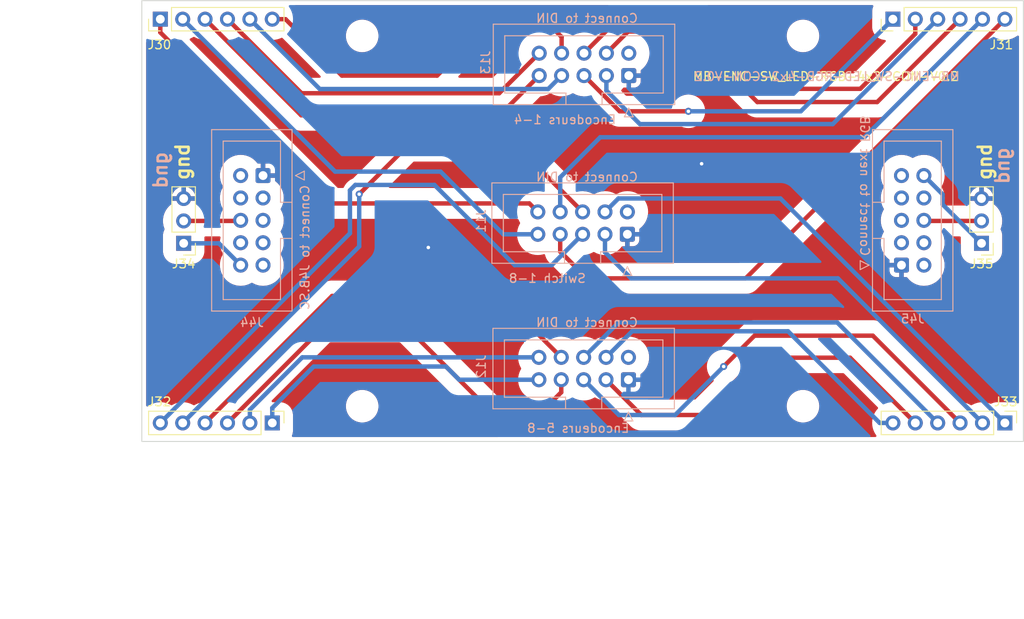
<source format=kicad_pcb>
(kicad_pcb (version 20221018) (generator pcbnew)
  (layers (0 "F.Cu" signal) (31 "B.Cu" signal) (34 "B.Paste" user) (35 "F.Paste" user) (36 "B.SilkS" user "B.Silkscreen") (37 "F.SilkS" user "F.Silkscreen") (38 "B.Mask" user) (39 "F.Mask" user) (44 "Edge.Cuts" user))
  (net 0 "")
  (net 1 "C_SW7")
  (net 2 "C_SW8")
  (net 3 "C_ENC3B")
  (net 4 "C_ENC3A")
  (net 5 "C_ENC4B")
  (net 6 "C_ENC4A")
  (net 7 "C_ENC1B")
  (net 8 "C_ENC1A")
  (net 9 "C_ENC2B")
  (net 10 "C_ENC2A")
  (net 11 "C_ENC7B")
  (net 12 "C_ENC7A")
  (net 13 "C_ENC8B")
  (net 14 "C_ENC8A")
  (net 15 "C_ENC5B")
  (net 16 "C_ENC5A")
  (net 17 "C_ENC6B")
  (net 18 "C_ENC6A")
  (net 19 "C_SW5")
  (net 20 "C_SW6")
  (net 21 "C_SW1")
  (net 22 "C_SW2")
  (net 23 "C_SW3")
  (net 24 "C_SW4")
  (net 25 "Net-(J34-Pin_2)")
  (net 26 "Net-(J35-Pin_2)")
  (net 27 "+5VA")
  (net 35 "GNDA")
  (net 36 "+5VD")
  (footprint "Connector_PinHeader_2.54mm:PinHeader_1x06_P2.54mm_Vertical" (layer "F.Cu") (at 185.2 262.1 90)
    (fp_text reference "J31" (at -2.9 12.3 180) (layer "F.SilkS"))
    (fp_text value "Conn_01x06_Pin" hide)
    (fp_line (start -1.33 -1.33) (end 0 -1.33) (stroke (width 0.12)) (layer "F.SilkS"))
    (fp_line (start -1.33 0) (end -1.33 -1.33) (stroke (width 0.12)) (layer "F.SilkS"))
    (fp_line (start -1.33 1.27) (end -1.33 14.03) (stroke (width 0.12)) (layer "F.SilkS"))
    (fp_line (start -1.33 1.27) (end 1.33 1.27) (stroke (width 0.12)) (layer "F.SilkS"))
    (fp_line (start -1.33 14.03) (end 1.33 14.03) (stroke (width 0.12)) (layer "F.SilkS"))
    (fp_line (start 1.33 1.27) (end 1.33 14.03) (stroke (width 0.12)) (layer "F.SilkS"))
    (pad "1" thru_hole rect (at 0 0 90) (size 1.7 1.7) (drill 1) (layers "*.Cu" "*.Mask") (net 3 "C_ENC3B"))
    (pad "2" thru_hole oval (at 0 2.54 90) (size 1.7 1.7) (drill 1) (layers "*.Cu" "*.Mask") (net 4 "C_ENC3A"))
    (pad "3" thru_hole oval (at 0 5.08 90) (size 1.7 1.7) (drill 1) (layers "*.Cu" "*.Mask") (net 5 "C_ENC4B"))
    (pad "4" thru_hole oval (at 0 7.62 90) (size 1.7 1.7) (drill 1) (layers "*.Cu" "*.Mask") (net 6 "C_ENC4A"))
    (pad "5" thru_hole oval (at 0 10.16 90) (size 1.7 1.7) (drill 1) (layers "*.Cu" "*.Mask") (net 23 "C_SW3"))
    (pad "6" thru_hole oval (at 0 12.7 90) (size 1.7 1.7) (drill 1) (layers "*.Cu" "*.Mask") (net 24 "C_SW4"))
  )
  (footprint "Connector_PinHeader_2.54mm:PinHeader_1x03_P2.54mm_Vertical" (layer "F.Cu") (at 195.25 287.525 180)
    (fp_text reference "J35" (at 0 -2.33) (layer "F.SilkS"))
    (fp_text value "Conn_01x06_Pin" hide)
    (fp_line (start -1.33 -1.33) (end 0 -1.33) (stroke (width 0.12)) (layer "F.SilkS"))
    (fp_line (start -1.33 0) (end -1.33 -1.33) (stroke (width 0.12)) (layer "F.SilkS"))
    (fp_line (start -1.33 1.27) (end -1.33 6.41) (stroke (width 0.12)) (layer "F.SilkS"))
    (fp_line (start -1.33 1.27) (end 1.33 1.27) (stroke (width 0.12)) (layer "F.SilkS"))
    (fp_line (start -1.33 6.41) (end 1.33 6.41) (stroke (width 0.12)) (layer "F.SilkS"))
    (fp_line (start 1.33 1.27) (end 1.33 6.41) (stroke (width 0.12)) (layer "F.SilkS"))
    (pad "1" thru_hole rect (at 0 0 180) (size 1.7 1.7) (drill 1) (layers "*.Cu" "*.Mask") (net 36 "+5VD"))
    (pad "2" thru_hole oval (at 0 2.54 180) (size 1.7 1.7) (drill 1) (layers "*.Cu" "*.Mask") (net 26 "Net-(J35-Pin_2)"))
    (pad "3" thru_hole oval (at 0 5.08 180) (size 1.7 1.7) (drill 1) (layers "*.Cu" "*.Mask") (net 35 "GNDA"))
  )
  (footprint "MountingHole:MountingHole_3.2mm_M3" (layer "F.Cu") (at 175 306)
    (fp_text reference "H20" hide)
    (fp_text value "MountingHole" hide)
    (pad "" np_thru_hole circle (at 0 0) (size 3.2 3.2) (drill 3.2) (layers "*.Cu" "*.Mask"))
  )
  (footprint "Connector_PinHeader_2.54mm:PinHeader_1x03_P2.54mm_Vertical" (layer "F.Cu") (at 104.75 287.525 180)
    (fp_text reference "J34" (at 0 -2.33) (layer "F.SilkS"))
    (fp_text value "Conn_01x06_Pin" hide)
    (fp_line (start -1.33 -1.33) (end 0 -1.33) (stroke (width 0.12)) (layer "F.SilkS"))
    (fp_line (start -1.33 0) (end -1.33 -1.33) (stroke (width 0.12)) (layer "F.SilkS"))
    (fp_line (start -1.33 1.27) (end -1.33 6.41) (stroke (width 0.12)) (layer "F.SilkS"))
    (fp_line (start -1.33 1.27) (end 1.33 1.27) (stroke (width 0.12)) (layer "F.SilkS"))
    (fp_line (start -1.33 6.41) (end 1.33 6.41) (stroke (width 0.12)) (layer "F.SilkS"))
    (fp_line (start 1.33 1.27) (end 1.33 6.41) (stroke (width 0.12)) (layer "F.SilkS"))
    (pad "1" thru_hole rect (at 0 0 180) (size 1.7 1.7) (drill 1) (layers "*.Cu" "*.Mask") (net 27 "+5VA"))
    (pad "2" thru_hole oval (at 0 2.54 180) (size 1.7 1.7) (drill 1) (layers "*.Cu" "*.Mask") (net 25 "Net-(J34-Pin_2)"))
    (pad "3" thru_hole oval (at 0 5.08 180) (size 1.7 1.7) (drill 1) (layers "*.Cu" "*.Mask") (net 35 "GNDA"))
  )
  (footprint "MountingHole:MountingHole_3.2mm_M3" (layer "F.Cu") (at 175 264)
    (fp_text reference "H16" hide)
    (fp_text value "MountingHole" hide)
    (pad "" np_thru_hole circle (at 0 0) (size 3.2 3.2) (drill 3.2) (layers "*.Cu" "*.Mask"))
  )
  (footprint "MountingHole:MountingHole_3.2mm_M3" (layer "F.Cu") (at 125 306)
    (fp_text reference "H18" hide)
    (fp_text value "MountingHole" hide)
    (pad "" np_thru_hole circle (at 0 0) (size 3.2 3.2) (drill 3.2) (layers "*.Cu" "*.Mask"))
  )
  (footprint "MountingHole:MountingHole_3.2mm_M3" (layer "F.Cu") (at 125 264)
    (fp_text reference "H14" hide)
    (fp_text value "MountingHole" hide)
    (pad "" np_thru_hole circle (at 0 0) (size 3.2 3.2) (drill 3.2) (layers "*.Cu" "*.Mask"))
  )
  (footprint "Connector_PinHeader_2.54mm:PinHeader_1x06_P2.54mm_Vertical" (layer "F.Cu") (at 114.8 307.9 -90)
    (fp_text reference "J32" (at -2.4 12.8 -180) (layer "F.SilkS"))
    (fp_text value "Conn_01x06_Pin" hide)
    (fp_line (start -1.33 -1.33) (end 0 -1.33) (stroke (width 0.12)) (layer "F.SilkS"))
    (fp_line (start -1.33 0) (end -1.33 -1.33) (stroke (width 0.12)) (layer "F.SilkS"))
    (fp_line (start -1.33 1.27) (end -1.33 14.03) (stroke (width 0.12)) (layer "F.SilkS"))
    (fp_line (start -1.33 1.27) (end 1.33 1.27) (stroke (width 0.12)) (layer "F.SilkS"))
    (fp_line (start -1.33 14.03) (end 1.33 14.03) (stroke (width 0.12)) (layer "F.SilkS"))
    (fp_line (start 1.33 1.27) (end 1.33 14.03) (stroke (width 0.12)) (layer "F.SilkS"))
    (pad "1" thru_hole rect (at 0 0 270) (size 1.7 1.7) (drill 1) (layers "*.Cu" "*.Mask") (net 15 "C_ENC5B"))
    (pad "2" thru_hole oval (at 0 2.54 270) (size 1.7 1.7) (drill 1) (layers "*.Cu" "*.Mask") (net 16 "C_ENC5A"))
    (pad "3" thru_hole oval (at 0 5.08 270) (size 1.7 1.7) (drill 1) (layers "*.Cu" "*.Mask") (net 17 "C_ENC6B"))
    (pad "4" thru_hole oval (at 0 7.62 270) (size 1.7 1.7) (drill 1) (layers "*.Cu" "*.Mask") (net 18 "C_ENC6A"))
    (pad "5" thru_hole oval (at 0 10.16 270) (size 1.7 1.7) (drill 1) (layers "*.Cu" "*.Mask") (net 19 "C_SW5"))
    (pad "6" thru_hole oval (at 0 12.7 270) (size 1.7 1.7) (drill 1) (layers "*.Cu" "*.Mask") (net 20 "C_SW6"))
  )
  (footprint "Connector_PinHeader_2.54mm:PinHeader_1x06_P2.54mm_Vertical" (layer "F.Cu") (at 102.1 262.1 90)
    (fp_text reference "J30" (at -2.9 -0.1 180) (layer "F.SilkS"))
    (fp_text value "Conn_01x06_Pin" hide)
    (fp_line (start -1.33 -1.33) (end 0 -1.33) (stroke (width 0.12)) (layer "F.SilkS"))
    (fp_line (start -1.33 0) (end -1.33 -1.33) (stroke (width 0.12)) (layer "F.SilkS"))
    (fp_line (start -1.33 1.27) (end -1.33 14.03) (stroke (width 0.12)) (layer "F.SilkS"))
    (fp_line (start -1.33 1.27) (end 1.33 1.27) (stroke (width 0.12)) (layer "F.SilkS"))
    (fp_line (start -1.33 14.03) (end 1.33 14.03) (stroke (width 0.12)) (layer "F.SilkS"))
    (fp_line (start 1.33 1.27) (end 1.33 14.03) (stroke (width 0.12)) (layer "F.SilkS"))
    (pad "1" thru_hole rect (at 0 0 90) (size 1.7 1.7) (drill 1) (layers "*.Cu" "*.Mask") (net 21 "C_SW1"))
    (pad "2" thru_hole oval (at 0 2.54 90) (size 1.7 1.7) (drill 1) (layers "*.Cu" "*.Mask") (net 22 "C_SW2"))
    (pad "3" thru_hole oval (at 0 5.08 90) (size 1.7 1.7) (drill 1) (layers "*.Cu" "*.Mask") (net 7 "C_ENC1B"))
    (pad "4" thru_hole oval (at 0 7.62 90) (size 1.7 1.7) (drill 1) (layers "*.Cu" "*.Mask") (net 8 "C_ENC1A"))
    (pad "5" thru_hole oval (at 0 10.16 90) (size 1.7 1.7) (drill 1) (layers "*.Cu" "*.Mask") (net 9 "C_ENC2B"))
    (pad "6" thru_hole oval (at 0 12.7 90) (size 1.7 1.7) (drill 1) (layers "*.Cu" "*.Mask") (net 10 "C_ENC2A"))
  )
  (footprint "Connector_PinHeader_2.54mm:PinHeader_1x06_P2.54mm_Vertical" (layer "F.Cu") (at 197.9 307.9 -90)
    (fp_text reference "J33" (at -2.4 -0.1 -180) (layer "F.SilkS"))
    (fp_text value "Conn_01x06_Pin" hide)
    (fp_line (start -1.33 -1.33) (end 0 -1.33) (stroke (width 0.12)) (layer "F.SilkS"))
    (fp_line (start -1.33 0) (end -1.33 -1.33) (stroke (width 0.12)) (layer "F.SilkS"))
    (fp_line (start -1.33 1.27) (end -1.33 14.03) (stroke (width 0.12)) (layer "F.SilkS"))
    (fp_line (start -1.33 1.27) (end 1.33 1.27) (stroke (width 0.12)) (layer "F.SilkS"))
    (fp_line (start -1.33 14.03) (end 1.33 14.03) (stroke (width 0.12)) (layer "F.SilkS"))
    (fp_line (start 1.33 1.27) (end 1.33 14.03) (stroke (width 0.12)) (layer "F.SilkS"))
    (pad "1" thru_hole rect (at 0 0 270) (size 1.7 1.7) (drill 1) (layers "*.Cu" "*.Mask") (net 1 "C_SW7"))
    (pad "2" thru_hole oval (at 0 2.54 270) (size 1.7 1.7) (drill 1) (layers "*.Cu" "*.Mask") (net 2 "C_SW8"))
    (pad "3" thru_hole oval (at 0 5.08 270) (size 1.7 1.7) (drill 1) (layers "*.Cu" "*.Mask") (net 11 "C_ENC7B"))
    (pad "4" thru_hole oval (at 0 7.62 270) (size 1.7 1.7) (drill 1) (layers "*.Cu" "*.Mask") (net 12 "C_ENC7A"))
    (pad "5" thru_hole oval (at 0 10.16 270) (size 1.7 1.7) (drill 1) (layers "*.Cu" "*.Mask") (net 13 "C_ENC8B"))
    (pad "6" thru_hole oval (at 0 12.7 270) (size 1.7 1.7) (drill 1) (layers "*.Cu" "*.Mask") (net 14 "C_ENC8A"))
  )
  (footprint "lib 2022 ksir:IDC-Header_2x05_P2.54mm_Vertical_ksr_dIN" (layer "B.Cu") (at 155.2 303 90)
    (fp_text reference "J12" (at 1.5 -16.7 90) (layer "B.SilkS") (effects (justify mirror)))
    (fp_text value "sin_in" hide)
    (fp_text user "Encodeurs 5-8" (at -5.5 -5.7 unlocked) (layer "B.SilkS") (effects (justify mirror)))
    (fp_line (start -4.68 -0.5) (end -3.68 0) (stroke (width 0.12)) (layer "B.SilkS"))
    (fp_line (start -4.68 0.5) (end -4.68 -0.5) (stroke (width 0.12)) (layer "B.SilkS"))
    (fp_line (start -3.68 0) (end -4.68 0.5) (stroke (width 0.12)) (layer "B.SilkS"))
    (fp_line (start -3.29 -15.37) (end -3.29 5.21) (stroke (width 0.12)) (layer "B.SilkS"))
    (fp_line (start -3.29 -3.03) (end -1.98 -3.03) (stroke (width 0.12)) (layer "B.SilkS"))
    (fp_line (start -3.29 5.21) (end 5.83 5.21) (stroke (width 0.12)) (layer "B.SilkS"))
    (fp_line (start -1.98 -14.07) (end -1.98 -7.13) (stroke (width 0.12)) (layer "B.SilkS"))
    (fp_line (start -1.98 -7.13) (end -3.29 -7.13) (stroke (width 0.12)) (layer "B.SilkS"))
    (fp_line (start -1.98 -7.13) (end -1.98 -7.13) (stroke (width 0.12)) (layer "B.SilkS"))
    (fp_line (start -1.98 -3.03) (end -1.98 3.91) (stroke (width 0.12)) (layer "B.SilkS"))
    (fp_line (start -1.98 3.91) (end 4.52 3.91) (stroke (width 0.12)) (layer "B.SilkS"))
    (fp_line (start 4.52 -14.07) (end -1.98 -14.07) (stroke (width 0.12)) (layer "B.SilkS"))
    (fp_line (start 4.52 3.91) (end 4.52 -14.07) (stroke (width 0.12)) (layer "B.SilkS"))
    (fp_line (start 5.83 -15.37) (end -3.29 -15.37) (stroke (width 0.12)) (layer "B.SilkS"))
    (fp_line (start 5.83 5.21) (end 5.83 -15.37) (stroke (width 0.12)) (layer "B.SilkS"))
    (pad "1" thru_hole roundrect (at 0 0 90) (size 1.7 1.7) (drill 1) (layers "*.Cu" "*.Mask") (roundrect_rratio 0.1470588235) (net 35 "GNDA"))
    (pad "2" thru_hole circle (at 2.54 0 90) (size 1.7 1.7) (drill 1) (layers "*.Cu" "*.Mask"))
    (pad "3" thru_hole circle (at 0 -2.54 90) (size 1.7 1.7) (drill 1) (layers "*.Cu" "*.Mask") (net 13 "C_ENC8B"))
    (pad "4" thru_hole circle (at 2.54 -2.54 90) (size 1.7 1.7) (drill 1) (layers "*.Cu" "*.Mask") (net 14 "C_ENC8A"))
    (pad "5" thru_hole circle (at 0 -5.08 90) (size 1.7 1.7) (drill 1) (layers "*.Cu" "*.Mask") (net 11 "C_ENC7B"))
    (pad "6" thru_hole circle (at 2.54 -5.08 90) (size 1.7 1.7) (drill 1) (layers "*.Cu" "*.Mask") (net 12 "C_ENC7A"))
    (pad "7" thru_hole circle (at 0 -7.62 90) (size 1.7 1.7) (drill 1) (layers "*.Cu" "*.Mask") (net 17 "C_ENC6B"))
    (pad "8" thru_hole circle (at 2.54 -7.62 90) (size 1.7 1.7) (drill 1) (layers "*.Cu" "*.Mask") (net 18 "C_ENC6A"))
    (pad "9" thru_hole circle (at 0 -10.16 90) (size 1.7 1.7) (drill 1) (layers "*.Cu" "*.Mask") (net 15 "C_ENC5B"))
    (pad "10" thru_hole circle (at 2.54 -10.16 90) (size 1.7 1.7) (drill 1) (layers "*.Cu" "*.Mask") (net 16 "C_ENC5A"))
  )
  (footprint "lib 2022 ksir:IDC-Header_2x05_P2.54mm_Vertical_ksr_dIN" (layer "B.Cu") (at 155.08 286.5 90)
    (fp_text reference "J11" (at 1.5 -16.58 90) (layer "B.SilkS") (effects (justify mirror)))
    (fp_text value "sin_in" hide)
    (fp_text user "Switch 1-8" (at -5 -9.08 unlocked) (layer "B.SilkS") (effects (justify mirror)))
    (fp_line (start -4.68 -0.5) (end -3.68 0) (stroke (width 0.12)) (layer "B.SilkS"))
    (fp_line (start -4.68 0.5) (end -4.68 -0.5) (stroke (width 0.12)) (layer "B.SilkS"))
    (fp_line (start -3.68 0) (end -4.68 0.5) (stroke (width 0.12)) (layer "B.SilkS"))
    (fp_line (start -3.29 -15.37) (end -3.29 5.21) (stroke (width 0.12)) (layer "B.SilkS"))
    (fp_line (start -3.29 -3.03) (end -1.98 -3.03) (stroke (width 0.12)) (layer "B.SilkS"))
    (fp_line (start -3.29 5.21) (end 5.83 5.21) (stroke (width 0.12)) (layer "B.SilkS"))
    (fp_line (start -1.98 -14.07) (end -1.98 -7.13) (stroke (width 0.12)) (layer "B.SilkS"))
    (fp_line (start -1.98 -7.13) (end -3.29 -7.13) (stroke (width 0.12)) (layer "B.SilkS"))
    (fp_line (start -1.98 -7.13) (end -1.98 -7.13) (stroke (width 0.12)) (layer "B.SilkS"))
    (fp_line (start -1.98 -3.03) (end -1.98 3.91) (stroke (width 0.12)) (layer "B.SilkS"))
    (fp_line (start -1.98 3.91) (end 4.52 3.91) (stroke (width 0.12)) (layer "B.SilkS"))
    (fp_line (start 4.52 -14.07) (end -1.98 -14.07) (stroke (width 0.12)) (layer "B.SilkS"))
    (fp_line (start 4.52 3.91) (end 4.52 -14.07) (stroke (width 0.12)) (layer "B.SilkS"))
    (fp_line (start 5.83 -15.37) (end -3.29 -15.37) (stroke (width 0.12)) (layer "B.SilkS"))
    (fp_line (start 5.83 5.21) (end 5.83 -15.37) (stroke (width 0.12)) (layer "B.SilkS"))
    (pad "1" thru_hole roundrect (at 0 0 90) (size 1.7 1.7) (drill 1) (layers "*.Cu" "*.Mask") (roundrect_rratio 0.1470588235) (net 35 "GNDA"))
    (pad "2" thru_hole circle (at 2.54 0 90) (size 1.7 1.7) (drill 1) (layers "*.Cu" "*.Mask"))
    (pad "3" thru_hole circle (at 0 -2.54 90) (size 1.7 1.7) (drill 1) (layers "*.Cu" "*.Mask") (net 2 "C_SW8"))
    (pad "4" thru_hole circle (at 2.54 -2.54 90) (size 1.7 1.7) (drill 1) (layers "*.Cu" "*.Mask") (net 1 "C_SW7"))
    (pad "5" thru_hole circle (at 0 -5.08 90) (size 1.7 1.7) (drill 1) (layers "*.Cu" "*.Mask") (net 20 "C_SW6"))
    (pad "6" thru_hole circle (at 2.54 -5.08 90) (size 1.7 1.7) (drill 1) (layers "*.Cu" "*.Mask") (net 19 "C_SW5"))
    (pad "7" thru_hole circle (at 0 -7.62 90) (size 1.7 1.7) (drill 1) (layers "*.Cu" "*.Mask") (net 24 "C_SW4"))
    (pad "8" thru_hole circle (at 2.54 -7.62 90) (size 1.7 1.7) (drill 1) (layers "*.Cu" "*.Mask") (net 23 "C_SW3"))
    (pad "9" thru_hole circle (at 0 -10.16 90) (size 1.7 1.7) (drill 1) (layers "*.Cu" "*.Mask") (net 22 "C_SW2"))
    (pad "10" thru_hole circle (at 2.54 -10.16 90) (size 1.7 1.7) (drill 1) (layers "*.Cu" "*.Mask") (net 21 "C_SW1"))
  )
  (footprint "Connector_IDC:IDC-Header_2x05_P2.54mm_Vertical" (layer "B.Cu") (at 113.7525 279.84 180)
    (fp_text reference "J44" (at 1.2525 -16.66) (layer "B.SilkS") (effects (justify mirror)))
    (fp_text value "IDC-Header_2x05_P2.54mm_Vertical" hide)
    (fp_text user "Connect to J4B.SC" (at -4.7475 -8.16 90 unlocked) (layer "B.SilkS") (effects (justify mirror)))
    (fp_line (start -4.68 -0.5) (end -3.68 0) (stroke (width 0.12)) (layer "B.SilkS"))
    (fp_line (start -4.68 0.5) (end -4.68 -0.5) (stroke (width 0.12)) (layer "B.SilkS"))
    (fp_line (start -3.68 0) (end -4.68 0.5) (stroke (width 0.12)) (layer "B.SilkS"))
    (fp_line (start -3.29 -15.37) (end -3.29 5.21) (stroke (width 0.12)) (layer "B.SilkS"))
    (fp_line (start -3.29 -3.03) (end -1.98 -3.03) (stroke (width 0.12)) (layer "B.SilkS"))
    (fp_line (start -3.29 5.21) (end 5.83 5.21) (stroke (width 0.12)) (layer "B.SilkS"))
    (fp_line (start -1.98 -14.07) (end -1.98 -7.13) (stroke (width 0.12)) (layer "B.SilkS"))
    (fp_line (start -1.98 -7.13) (end -3.29 -7.13) (stroke (width 0.12)) (layer "B.SilkS"))
    (fp_line (start -1.98 -7.13) (end -1.98 -7.13) (stroke (width 0.12)) (layer "B.SilkS"))
    (fp_line (start -1.98 -3.03) (end -1.98 3.91) (stroke (width 0.12)) (layer "B.SilkS"))
    (fp_line (start -1.98 3.91) (end 4.52 3.91) (stroke (width 0.12)) (layer "B.SilkS"))
    (fp_line (start 4.52 -14.07) (end -1.98 -14.07) (stroke (width 0.12)) (layer "B.SilkS"))
    (fp_line (start 4.52 3.91) (end 4.52 -14.07) (stroke (width 0.12)) (layer "B.SilkS"))
    (fp_line (start 5.83 -15.37) (end -3.29 -15.37) (stroke (width 0.12)) (layer "B.SilkS"))
    (fp_line (start 5.83 5.21) (end 5.83 -15.37) (stroke (width 0.12)) (layer "B.SilkS"))
    (pad "1" thru_hole roundrect (at 0 0 180) (size 1.7 1.7) (drill 1) (layers "*.Cu" "*.Mask") (roundrect_rratio 0.1470588235) (net 35 "GNDA"))
    (pad "2" thru_hole circle (at 2.54 0 180) (size 1.7 1.7) (drill 1) (layers "*.Cu" "*.Mask"))
    (pad "3" thru_hole circle (at 0 -2.54 180) (size 1.7 1.7) (drill 1) (layers "*.Cu" "*.Mask"))
    (pad "4" thru_hole circle (at 2.54 -2.54 180) (size 1.7 1.7) (drill 1) (layers "*.Cu" "*.Mask"))
    (pad "5" thru_hole circle (at 0 -5.08 180) (size 1.7 1.7) (drill 1) (layers "*.Cu" "*.Mask"))
    (pad "6" thru_hole circle (at 2.54 -5.08 180) (size 1.7 1.7) (drill 1) (layers "*.Cu" "*.Mask") (net 25 "Net-(J34-Pin_2)"))
    (pad "7" thru_hole circle (at 0 -7.62 180) (size 1.7 1.7) (drill 1) (layers "*.Cu" "*.Mask"))
    (pad "8" thru_hole circle (at 2.54 -7.62 180) (size 1.7 1.7) (drill 1) (layers "*.Cu" "*.Mask"))
    (pad "9" thru_hole circle (at 0 -10.16 180) (size 1.7 1.7) (drill 1) (layers "*.Cu" "*.Mask"))
    (pad "10" thru_hole circle (at 2.54 -10.16 180) (size 1.7 1.7) (drill 1) (layers "*.Cu" "*.Mask") (net 27 "+5VA"))
  )
  (footprint "lib 2022 ksir:IDC-Header_2x05_P2.54mm_Vertical_ksr_dIN" (layer "B.Cu") (at 155.24 268.5 90)
    (fp_text reference "J13" (at 1.5 -16.24 90) (layer "B.SilkS") (effects (justify mirror)))
    (fp_text value "sin_in" hide)
    (fp_text user "Encodeurs 1-4" (at -5 -7.24 unlocked) (layer "B.SilkS") (effects (justify mirror)))
    (fp_line (start -4.68 -0.5) (end -3.68 0) (stroke (width 0.12)) (layer "B.SilkS"))
    (fp_line (start -4.68 0.5) (end -4.68 -0.5) (stroke (width 0.12)) (layer "B.SilkS"))
    (fp_line (start -3.68 0) (end -4.68 0.5) (stroke (width 0.12)) (layer "B.SilkS"))
    (fp_line (start -3.29 -15.37) (end -3.29 5.21) (stroke (width 0.12)) (layer "B.SilkS"))
    (fp_line (start -3.29 -3.03) (end -1.98 -3.03) (stroke (width 0.12)) (layer "B.SilkS"))
    (fp_line (start -3.29 5.21) (end 5.83 5.21) (stroke (width 0.12)) (layer "B.SilkS"))
    (fp_line (start -1.98 -14.07) (end -1.98 -7.13) (stroke (width 0.12)) (layer "B.SilkS"))
    (fp_line (start -1.98 -7.13) (end -3.29 -7.13) (stroke (width 0.12)) (layer "B.SilkS"))
    (fp_line (start -1.98 -7.13) (end -1.98 -7.13) (stroke (width 0.12)) (layer "B.SilkS"))
    (fp_line (start -1.98 -3.03) (end -1.98 3.91) (stroke (width 0.12)) (layer "B.SilkS"))
    (fp_line (start -1.98 3.91) (end 4.52 3.91) (stroke (width 0.12)) (layer "B.SilkS"))
    (fp_line (start 4.52 -14.07) (end -1.98 -14.07) (stroke (width 0.12)) (layer "B.SilkS"))
    (fp_line (start 4.52 3.91) (end 4.52 -14.07) (stroke (width 0.12)) (layer "B.SilkS"))
    (fp_line (start 5.83 -15.37) (end -3.29 -15.37) (stroke (width 0.12)) (layer "B.SilkS"))
    (fp_line (start 5.83 5.21) (end 5.83 -15.37) (stroke (width 0.12)) (layer "B.SilkS"))
    (pad "1" thru_hole roundrect (at 0 0 90) (size 1.7 1.7) (drill 1) (layers "*.Cu" "*.Mask") (roundrect_rratio 0.1470588235) (net 35 "GNDA"))
    (pad "2" thru_hole circle (at 2.54 0 90) (size 1.7 1.7) (drill 1) (layers "*.Cu" "*.Mask"))
    (pad "3" thru_hole circle (at 0 -2.54 90) (size 1.7 1.7) (drill 1) (layers "*.Cu" "*.Mask") (net 5 "C_ENC4B"))
    (pad "4" thru_hole circle (at 2.54 -2.54 90) (size 1.7 1.7) (drill 1) (layers "*.Cu" "*.Mask") (net 6 "C_ENC4A"))
    (pad "5" thru_hole circle (at 0 -5.08 90) (size 1.7 1.7) (drill 1) (layers "*.Cu" "*.Mask") (net 3 "C_ENC3B"))
    (pad "6" thru_hole circle (at 2.54 -5.08 90) (size 1.7 1.7) (drill 1) (layers "*.Cu" "*.Mask") (net 4 "C_ENC3A"))
    (pad "7" thru_hole circle (at 0 -7.62 90) (size 1.7 1.7) (drill 1) (layers "*.Cu" "*.Mask") (net 9 "C_ENC2B"))
    (pad "8" thru_hole circle (at 2.54 -7.62 90) (size 1.7 1.7) (drill 1) (layers "*.Cu" "*.Mask") (net 10 "C_ENC2A"))
    (pad "9" thru_hole circle (at 0 -10.16 90) (size 1.7 1.7) (drill 1) (layers "*.Cu" "*.Mask") (net 7 "C_ENC1B"))
    (pad "10" thru_hole circle (at 2.54 -10.16 90) (size 1.7 1.7) (drill 1) (layers "*.Cu" "*.Mask") (net 8 "C_ENC1A"))
  )
  (footprint "Connector_IDC:IDC-Header_2x05_P2.54mm_Vertical" (layer "B.Cu") (at 186.1725 290)
    (fp_text reference "J45" (at 1.27 6.1) (layer "B.SilkS") (effects (justify mirror)))
    (fp_text value "IDC-Header_2x05_P2.54mm_Vertical" hide)
    (fp_line (start -4.68 -0.5) (end -3.68 0) (stroke (width 0.12)) (layer "B.SilkS"))
    (fp_line (start -4.68 0.5) (end -4.68 -0.5) (stroke (width 0.12)) (layer "B.SilkS"))
    (fp_line (start -3.68 0) (end -4.68 0.5) (stroke (width 0.12)) (layer "B.SilkS"))
    (fp_line (start -3.29 -15.37) (end -3.29 5.21) (stroke (width 0.12)) (layer "B.SilkS"))
    (fp_line (start -3.29 -3.03) (end -1.98 -3.03) (stroke (width 0.12)) (layer "B.SilkS"))
    (fp_line (start -3.29 5.21) (end 5.83 5.21) (stroke (width 0.12)) (layer "B.SilkS"))
    (fp_line (start -1.98 -14.07) (end -1.98 -7.13) (stroke (width 0.12)) (layer "B.SilkS"))
    (fp_line (start -1.98 -7.13) (end -3.29 -7.13) (stroke (width 0.12)) (layer "B.SilkS"))
    (fp_line (start -1.98 -7.13) (end -1.98 -7.13) (stroke (width 0.12)) (layer "B.SilkS"))
    (fp_line (start -1.98 -3.03) (end -1.98 3.91) (stroke (width 0.12)) (layer "B.SilkS"))
    (fp_line (start -1.98 3.91) (end 4.52 3.91) (stroke (width 0.12)) (layer "B.SilkS"))
    (fp_line (start 4.52 -14.07) (end -1.98 -14.07) (stroke (width 0.12)) (layer "B.SilkS"))
    (fp_line (start 4.52 3.91) (end 4.52 -14.07) (stroke (width 0.12)) (layer "B.SilkS"))
    (fp_line (start 5.83 -15.37) (end -3.29 -15.37) (stroke (width 0.12)) (layer "B.SilkS"))
    (fp_line (start 5.83 5.21) (end 5.83 -15.37) (stroke (width 0.12)) (layer "B.SilkS"))
    (pad "1" thru_hole roundrect (at 0 0) (size 1.7 1.7) (drill 1) (layers "*.Cu" "*.Mask") (roundrect_rratio 0.1470588235) (net 35 "GNDA"))
    (pad "2" thru_hole circle (at 2.54 0) (size 1.7 1.7) (drill 1) (layers "*.Cu" "*.Mask"))
    (pad "3" thru_hole circle (at 0 -2.54) (size 1.7 1.7) (drill 1) (layers "*.Cu" "*.Mask"))
    (pad "4" thru_hole circle (at 2.54 -2.54) (size 1.7 1.7) (drill 1) (layers "*.Cu" "*.Mask"))
    (pad "5" thru_hole circle (at 0 -5.08) (size 1.7 1.7) (drill 1) (layers "*.Cu" "*.Mask"))
    (pad "6" thru_hole circle (at 2.54 -5.08) (size 1.7 1.7) (drill 1) (layers "*.Cu" "*.Mask") (net 26 "Net-(J35-Pin_2)"))
    (pad "7" thru_hole circle (at 0 -7.62) (size 1.7 1.7) (drill 1) (layers "*.Cu" "*.Mask"))
    (pad "8" thru_hole circle (at 2.54 -7.62) (size 1.7 1.7) (drill 1) (layers "*.Cu" "*.Mask"))
    (pad "9" thru_hole circle (at 0 -10.16) (size 1.7 1.7) (drill 1) (layers "*.Cu" "*.Mask"))
    (pad "10" thru_hole circle (at 2.54 -10.16) (size 1.7 1.7) (drill 1) (layers "*.Cu" "*.Mask") (net 36 "+5VD"))
  )
  (gr_poly (pts (xy 200 310) (xy 100 310) (xy 100 260) (xy 200 260)) (stroke (width 0.1)) (fill none) (layer "Edge.Cuts"))
  (gr_text "Connect to next RGB" (at 182 281 270) (layer "B.SilkS") (effects (font (size 1 1)) (justify mirror)))
  (gr_text "gnd" (at 103 277 90) (layer "B.SilkS") (effects (font (size 1.5 1.5) (thickness 0.3) bold) (justify left bottom mirror)))
  (gr_text "Connect to DIN" (at 150.5 262) (layer "B.SilkS") (effects (font (size 1 1)) (justify mirror)))
  (gr_text "Connect to DIN" (at 150.5 296.5) (layer "B.SilkS") (effects (font (size 1 1)) (justify mirror)))
  (gr_text "Connect to DIN" (at 150.5 280) (layer "B.SilkS") (effects (font (size 1 1)) (justify mirror)))
  (gr_text "MB-ENC-SW_LED-RGB-4x2-CON-V0.2" (at 177.7 268.6) (layer "B.SilkS") (effects (font (size 1 1)) (justify mirror)))
  (gr_text "gnd" (at 198.5 276.5 90) (layer "B.SilkS") (effects (font (size 1.5 1.5) (thickness 0.3) bold) (justify left bottom mirror)))
  (gr_text "gnd" (at 196.5 280.5 90) (layer "F.SilkS") (effects (font (size 1.5 1.5) (thickness 0.3) bold) (justify left bottom)))
  (gr_text "gnd" (at 105.5 280.5 90) (layer "F.SilkS") (effects (font (size 1.5 1.5) (thickness 0.3) bold) (justify left bottom)))
  (gr_text "MB-ENC-SW_LED-RGB-4x2-CON-V0.2" (at 177.6 268.6) (layer "F.SilkS") (effects (font (size 1 1))))
  (segment (start 172.4378 282.4378) (end 154.0622 282.4378) (width 0.5) (layer "B.Cu") (net 1))
  (segment (start 154.0622 282.4378) (end 152.54 283.96) (width 0.5) (layer "B.Cu") (net 1))
  (segment (start 197.9 307.9) (end 172.4378 282.4378) (width 0.5) (layer "B.Cu") (net 1))
  (segment (start 155.5 291.5) (end 152.54 288.54) (width 0.5) (layer "B.Cu") (net 2))
  (segment (start 195.36 307.9) (end 178.96 291.5) (width 0.5) (layer "B.Cu") (net 2))
  (segment (start 178.96 291.5) (end 155.5 291.5) (width 0.5) (layer "B.Cu") (net 2))
  (segment (start 152.54 288.54) (end 152.54 286.5) (width 0.5) (layer "B.Cu") (net 2))
  (segment (start 154.2095 272.5495) (end 162 272.5495) (width 0.5) (layer "F.Cu") (net 3))
  (segment (start 150.16 268.5) (end 154.2095 272.5495) (width 0.5) (layer "F.Cu") (net 3))
  (via (at 162 272.5495) (size 0.8) (drill 0.4) (layers "F.Cu" "B.Cu") (net 3))
  (segment (start 185.2 262.1) (end 174.7505 272.5495) (width 0.5) (layer "B.Cu") (net 3))
  (segment (start 174.7505 272.5495) (end 162 272.5495) (width 0.5) (layer "B.Cu") (net 3))
  (segment (start 154.4016 261.7184) (end 150.16 265.96) (width 0.5) (layer "F.Cu") (net 4))
  (segment (start 187.74 263.76) (end 181.5 270) (width 0.5) (layer "F.Cu") (net 4))
  (segment (start 162.7184 261.7184) (end 154.4016 261.7184) (width 0.5) (layer "F.Cu") (net 4))
  (segment (start 187.74 262.1) (end 187.74 263.76) (width 0.5) (layer "F.Cu") (net 4))
  (segment (start 171 270) (end 162.7184 261.7184) (width 0.5) (layer "F.Cu") (net 4))
  (segment (start 181.5 270) (end 171 270) (width 0.5) (layer "F.Cu") (net 4))
  (segment (start 190.28 262.1) (end 178.38 274) (width 0.5) (layer "B.Cu") (net 5))
  (segment (start 152.7 270.2) (end 152.7 268.5) (width 0.5) (layer "B.Cu") (net 5))
  (segment (start 178.38 274) (end 156.5 274) (width 0.5) (layer "B.Cu") (net 5))
  (segment (start 156.5 274) (end 152.7 270.2) (width 0.5) (layer "B.Cu") (net 5))
  (segment (start 155.16 263.5) (end 152.7 265.96) (width 0.5) (layer "F.Cu") (net 6))
  (segment (start 183.42 271.5) (end 169.82065 271.5) (width 0.5) (layer "F.Cu") (net 6))
  (segment (start 169.82065 271.5) (end 161.82065 263.5) (width 0.5) (layer "F.Cu") (net 6))
  (segment (start 161.82065 263.5) (end 155.16 263.5) (width 0.5) (layer "F.Cu") (net 6))
  (segment (start 192.82 262.1) (end 183.42 271.5) (width 0.5) (layer "F.Cu") (net 6))
  (segment (start 107.18 262.1) (end 118.08 273) (width 0.5) (layer "F.Cu") (net 7))
  (segment (start 118.08 273) (end 140.58 273) (width 0.5) (layer "F.Cu") (net 7))
  (segment (start 140.58 273) (end 145.08 268.5) (width 0.5) (layer "F.Cu") (net 7))
  (segment (start 140.54 270.5) (end 145.08 265.96) (width 0.5) (layer "F.Cu") (net 8))
  (segment (start 109.72 262.1) (end 118.12 270.5) (width 0.5) (layer "F.Cu") (net 8))
  (segment (start 118.12 270.5) (end 140.54 270.5) (width 0.5) (layer "F.Cu") (net 8))
  (segment (start 112.26 262.1) (end 120.1822 270.0222) (width 0.5) (layer "B.Cu") (net 9))
  (segment (start 146.0978 270.0222) (end 147.62 268.5) (width 0.5) (layer "B.Cu") (net 9))
  (segment (start 120.1822 270.0222) (end 146.0978 270.0222) (width 0.5) (layer "B.Cu") (net 9))
  (segment (start 122.7001 268.5) (end 133.5 268.5) (width 0.5) (layer "F.Cu") (net 10))
  (segment (start 133.5 268.5) (end 139 263) (width 0.5) (layer "F.Cu") (net 10))
  (segment (start 139 263) (end 146.5 263) (width 0.5) (layer "F.Cu") (net 10))
  (segment (start 146.5 263) (end 147.62 264.12) (width 0.5) (layer "F.Cu") (net 10))
  (segment (start 116.3001 262.1) (end 122.7001 268.5) (width 0.5) (layer "F.Cu") (net 10))
  (segment (start 147.62 264.12) (end 147.62 265.96) (width 0.5) (layer "F.Cu") (net 10))
  (segment (start 114.8 262.1) (end 116.3001 262.1) (width 0.5) (layer "F.Cu") (net 10))
  (segment (start 169.5 298) (end 166 301.5) (width 0.5) (layer "F.Cu") (net 11))
  (segment (start 192.82 307.9) (end 182.92 298) (width 0.5) (layer "F.Cu") (net 11))
  (segment (start 182.92 298) (end 169.5 298) (width 0.5) (layer "F.Cu") (net 11))
  (via (at 166 301.5) (size 0.8) (drill 0.4) (layers "F.Cu" "B.Cu") (net 11))
  (segment (start 154.12 307) (end 160.5 307) (width 0.5) (layer "B.Cu") (net 11))
  (segment (start 150.12 303) (end 154.12 307) (width 0.5) (layer "B.Cu") (net 11))
  (segment (start 160.5 307) (end 166 301.5) (width 0.5) (layer "B.Cu") (net 11))
  (segment (start 150.12 300.46) (end 154.08 296.5) (width 0.5) (layer "B.Cu") (net 12))
  (segment (start 178.88 296.5) (end 190.28 307.9) (width 0.5) (layer "B.Cu") (net 12))
  (segment (start 154.08 296.5) (end 178.88 296.5) (width 0.5) (layer "B.Cu") (net 12))
  (segment (start 163.5 307) (end 156.66 307) (width 0.5) (layer "F.Cu") (net 13))
  (segment (start 187.74 307.9) (end 180.34 300.5) (width 0.5) (layer "F.Cu") (net 13))
  (segment (start 170 300.5) (end 163.5 307) (width 0.5) (layer "F.Cu") (net 13))
  (segment (start 180.34 300.5) (end 170 300.5) (width 0.5) (layer "F.Cu") (net 13))
  (segment (start 156.66 307) (end 152.66 303) (width 0.5) (layer "F.Cu") (net 13))
  (segment (start 173.2999 297.5) (end 183.6999 307.9) (width 0.5) (layer "B.Cu") (net 14))
  (segment (start 183.6999 307.9) (end 185.2 307.9) (width 0.5) (layer "B.Cu") (net 14))
  (segment (start 152.66 300.46) (end 155.62 297.5) (width 0.5) (layer "B.Cu") (net 14))
  (segment (start 155.62 297.5) (end 173.2999 297.5) (width 0.5) (layer "B.Cu") (net 14))
  (segment (start 136 303) (end 145.04 303) (width 0.5) (layer "B.Cu") (net 15))
  (segment (start 114.8 307.9) (end 114.8 306.2) (width 0.5) (layer "B.Cu") (net 15))
  (segment (start 119.5 301.5) (end 134.5 301.5) (width 0.5) (layer "B.Cu") (net 15))
  (segment (start 114.8 306.2) (end 119.5 301.5) (width 0.5) (layer "B.Cu") (net 15))
  (segment (start 134.5 301.5) (end 136 303) (width 0.5) (layer "B.Cu") (net 15))
  (segment (start 118.1999 300.46) (end 145.04 300.46) (width 0.5) (layer "B.Cu") (net 16))
  (segment (start 112.26 306.3999) (end 118.1999 300.46) (width 0.5) (layer "B.Cu") (net 16))
  (segment (start 112.26 307.9) (end 112.26 306.3999) (width 0.5) (layer "B.Cu") (net 16))
  (segment (start 120.62 297) (end 130 297) (width 0.5) (layer "F.Cu") (net 17))
  (segment (start 144.5 307.5) (end 147.58 304.42) (width 0.5) (layer "F.Cu") (net 17))
  (segment (start 109.72 307.9) (end 120.62 297) (width 0.5) (layer "F.Cu") (net 17))
  (segment (start 130 297) (end 140.5 307.5) (width 0.5) (layer "F.Cu") (net 17))
  (segment (start 147.58 304.42) (end 147.58 303) (width 0.5) (layer "F.Cu") (net 17))
  (segment (start 140.5 307.5) (end 144.5 307.5) (width 0.5) (layer "F.Cu") (net 17))
  (segment (start 107.18 307.9) (end 121.58 293.5) (width 0.5) (layer "F.Cu") (net 18))
  (segment (start 140.62 293.5) (end 147.58 300.46) (width 0.5) (layer "F.Cu") (net 18))
  (segment (start 121.58 293.5) (end 140.62 293.5) (width 0.5) (layer "F.Cu") (net 18))
  (segment (start 150 283.96) (end 142.54 276.5) (width 0.5) (layer "F.Cu") (net 19))
  (segment (start 142.54 276.5) (end 130.1099 276.5) (width 0.5) (layer "F.Cu") (net 19))
  (segment (start 130.1099 276.5) (end 124.6594 281.9505) (width 0.5) (layer "F.Cu") (net 19))
  (via (at 124.6594 281.9505) (size 0.8) (drill 0.4) (layers "F.Cu" "B.Cu") (net 19))
  (segment (start 104.64 307.9) (end 124.6594 287.8806) (width 0.5) (layer "B.Cu") (net 19))
  (segment (start 124.6594 287.8806) (end 124.6594 281.9505) (width 0.5) (layer "B.Cu") (net 19))
  (segment (start 146.5 290) (end 150 286.5) (width 0.5) (layer "B.Cu") (net 20))
  (segment (start 123.6099 286.3901) (end 123.6099 281.515782) (width 0.5) (layer "B.Cu") (net 20))
  (segment (start 133.1942 280.901) (end 142.2932 290) (width 0.5) (layer "B.Cu") (net 20))
  (segment (start 123.6099 281.515782) (end 124.224682 280.901) (width 0.5) (layer "B.Cu") (net 20))
  (segment (start 142.2932 290) (end 146.5 290) (width 0.5) (layer "B.Cu") (net 20))
  (segment (start 102.1 307.9) (end 123.6099 286.3901) (width 0.5) (layer "B.Cu") (net 20))
  (segment (start 124.224682 280.901) (end 133.1942 280.901) (width 0.5) (layer "B.Cu") (net 20))
  (segment (start 102.1 263.6001) (end 121.4999 283) (width 0.5) (layer "F.Cu") (net 21))
  (segment (start 102.1 262.1) (end 102.1 263.6001) (width 0.5) (layer "F.Cu") (net 21))
  (segment (start 143.96 283) (end 144.92 283.96) (width 0.5) (layer "F.Cu") (net 21))
  (segment (start 121.4999 283) (end 143.96 283) (width 0.5) (layer "F.Cu") (net 21))
  (segment (start 133.8892 279.3892) (end 121.9292 279.3892) (width 0.5) (layer "B.Cu") (net 22))
  (segment (start 144.92 286.5) (end 141 286.5) (width 0.5) (layer "B.Cu") (net 22))
  (segment (start 121.9292 279.3892) (end 104.64 262.1) (width 0.5) (layer "B.Cu") (net 22))
  (segment (start 141 286.5) (end 133.8892 279.3892) (width 0.5) (layer "B.Cu") (net 22))
  (segment (start 147.46 280.04) (end 147.46 283.96) (width 0.5) (layer "B.Cu") (net 23))
  (segment (start 152.0044 275.4956) (end 147.46 280.04) (width 0.5) (layer "B.Cu") (net 23))
  (segment (start 195.36 262.1) (end 181.9644 275.4956) (width 0.5) (layer "B.Cu") (net 23))
  (segment (start 181.9644 275.4956) (end 152.0044 275.4956) (width 0.5) (layer "B.Cu") (net 23))
  (segment (start 168.5 291.5) (end 150.5 291.5) (width 0.5) (layer "F.Cu") (net 24))
  (segment (start 150.5 291.5) (end 147.46 288.46) (width 0.5) (layer "F.Cu") (net 24))
  (segment (start 147.46 288.46) (end 147.46 286.5) (width 0.5) (layer "F.Cu") (net 24))
  (segment (start 197.9 262.1) (end 168.5 291.5) (width 0.5) (layer "F.Cu") (net 24))
  (segment (start 104.75 284.985) (end 111.1475 284.985) (width 0.5) (layer "F.Cu") (net 25))
  (segment (start 111.1475 284.985) (end 111.2125 284.92) (width 0.5) (layer "F.Cu") (net 25))
  (segment (start 195.25 284.985) (end 188.7775 284.985) (width 0.5) (layer "F.Cu") (net 26))
  (segment (start 188.7775 284.985) (end 188.7125 284.92) (width 0.5) (layer "F.Cu") (net 26))
  (segment (start 108.7375 287.525) (end 111.2125 290) (width 0.5) (layer "B.Cu") (net 27))
  (segment (start 104.75 287.525) (end 108.7375 287.525) (width 0.5) (layer "B.Cu") (net 27))
  (via (at 163.5 278.5) (size 0.8) (drill 0.4) (layers "F.Cu" "B.Cu") (net 35))
  (via (at 132.5 288) (size 0.8) (drill 0.4) (layers "F.Cu" "B.Cu") (net 35))
  (segment (start 195.25 287.525) (end 190.8382 283.1132) (width 0.5) (layer "B.Cu") (net 36))
  (segment (start 190.8382 281.9657) (end 188.7125 279.84) (width 0.5) (layer "B.Cu") (net 36))
  (segment (start 190.8382 283.1132) (end 190.8382 281.9657) (width 0.5) (layer "B.Cu") (net 36))
  (zone (net 35) (net_name "GNDA") (layers "F&B.Cu") (connect_pads (clearance 1.5)) (min_thickness 0.254) (fill yes (thermal_gap 0.508) (thermal_bridge_width 0.508) (island_removal_mode 1) (island_area_min 10))
    (polygon (pts (xy 199.5 309.5) (xy 100.5 309.5) (xy 100.5 260.5) (xy 199.5 260.5)))
  )
)
</source>
